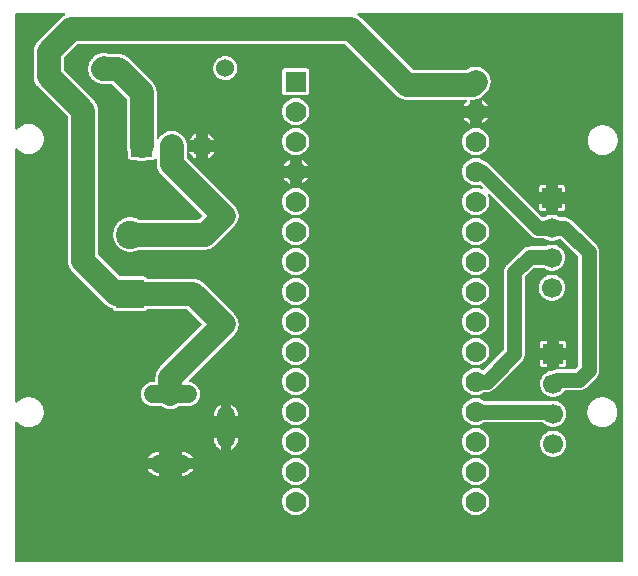
<source format=gtl>
G04 Layer: TopLayer*
G04 EasyEDA v6.4.19.3, 2021-03-31T18:03:01+05:30*
G04 c08650e857294e3dbb17a6b3c2855350,e0f298e70ebc440d83774b4d482b81cc,10*
G04 Gerber Generator version 0.2*
G04 Scale: 100 percent, Rotated: No, Reflected: No *
G04 Dimensions in inches *
G04 leading zeros omitted , absolute positions ,3 integer and 6 decimal *
%FSLAX36Y36*%
%MOIN*%

%ADD11C,0.0500*%
%ADD12C,0.0800*%
%ADD13C,0.0709*%
%ADD14R,0.0945X0.0945*%
%ADD15C,0.0945*%
%ADD17C,0.0600*%
%ADD18R,0.0669X0.0669*%
%ADD19C,0.0669*%
%ADD20R,0.0700X0.0700*%
%ADD21C,0.0700*%

%LPD*%
G36*
X289700Y1781759D02*
G01*
X288160Y1782060D01*
X286860Y1782920D01*
X286000Y1784220D01*
X285700Y1785760D01*
X285700Y2246880D01*
X286020Y2248480D01*
X286980Y2249820D01*
X288380Y2250660D01*
X290020Y2250860D01*
X291580Y2250400D01*
X292840Y2249340D01*
X293220Y2248860D01*
X297500Y2244600D01*
X302260Y2240860D01*
X307420Y2237740D01*
X312940Y2235240D01*
X318720Y2233440D01*
X324680Y2232360D01*
X330700Y2232000D01*
X336740Y2232360D01*
X342700Y2233440D01*
X348480Y2235240D01*
X353980Y2237740D01*
X359159Y2240860D01*
X363920Y2244600D01*
X368200Y2248860D01*
X371940Y2253640D01*
X375060Y2258800D01*
X377540Y2264320D01*
X379340Y2270100D01*
X380439Y2276040D01*
X380800Y2282080D01*
X380439Y2288120D01*
X379340Y2294080D01*
X377540Y2299860D01*
X375060Y2305360D01*
X371940Y2310540D01*
X368200Y2315300D01*
X363920Y2319580D01*
X359159Y2323320D01*
X353980Y2326440D01*
X348480Y2328920D01*
X342700Y2330720D01*
X336740Y2331820D01*
X330700Y2332180D01*
X324680Y2331820D01*
X318720Y2330720D01*
X312940Y2328920D01*
X307420Y2326440D01*
X302260Y2323320D01*
X297500Y2319580D01*
X293220Y2315300D01*
X292840Y2314820D01*
X291580Y2313780D01*
X290020Y2313300D01*
X288380Y2313520D01*
X286980Y2314360D01*
X286020Y2315680D01*
X285700Y2317300D01*
X285700Y3157700D01*
X286020Y3159320D01*
X286980Y3160640D01*
X288380Y3161480D01*
X290020Y3161700D01*
X291580Y3161240D01*
X292840Y3160179D01*
X293220Y3159700D01*
X297500Y3155419D01*
X302260Y3151680D01*
X307420Y3148560D01*
X312940Y3146080D01*
X318720Y3144280D01*
X324680Y3143180D01*
X330700Y3142820D01*
X336740Y3143180D01*
X342700Y3144280D01*
X348480Y3146080D01*
X353980Y3148560D01*
X359159Y3151680D01*
X363920Y3155419D01*
X368200Y3159700D01*
X371940Y3164460D01*
X375060Y3169640D01*
X377540Y3175160D01*
X379340Y3180920D01*
X380439Y3186880D01*
X380800Y3192919D01*
X380439Y3198960D01*
X379340Y3204900D01*
X377540Y3210680D01*
X375060Y3216200D01*
X371940Y3221380D01*
X368200Y3226139D01*
X363920Y3230400D01*
X359159Y3234140D01*
X353980Y3237260D01*
X348480Y3239760D01*
X342700Y3241560D01*
X336740Y3242640D01*
X330700Y3243000D01*
X324680Y3242640D01*
X318720Y3241560D01*
X312940Y3239760D01*
X307420Y3237260D01*
X302260Y3234140D01*
X297500Y3230400D01*
X293220Y3226139D01*
X292840Y3225659D01*
X291580Y3224600D01*
X290020Y3224140D01*
X288380Y3224340D01*
X286980Y3225179D01*
X286020Y3226520D01*
X285700Y3228120D01*
X285700Y3607940D01*
X286000Y3609480D01*
X286860Y3610779D01*
X288160Y3611640D01*
X289700Y3611940D01*
X449320Y3611940D01*
X451060Y3611560D01*
X452460Y3610440D01*
X453220Y3608840D01*
X453220Y3607060D01*
X452460Y3605460D01*
X451079Y3604360D01*
X449159Y3603420D01*
X446520Y3601940D01*
X443980Y3600280D01*
X441540Y3598500D01*
X439219Y3596560D01*
X436980Y3594440D01*
X362260Y3519720D01*
X360140Y3517480D01*
X358200Y3515160D01*
X356400Y3512720D01*
X354760Y3510179D01*
X353280Y3507540D01*
X351960Y3504820D01*
X350800Y3502020D01*
X349799Y3499160D01*
X349000Y3496240D01*
X348360Y3493279D01*
X347900Y3490299D01*
X347640Y3487280D01*
X347540Y3484200D01*
X347540Y3401640D01*
X347640Y3398560D01*
X347900Y3395539D01*
X348360Y3392540D01*
X349000Y3389580D01*
X349799Y3386680D01*
X350800Y3383820D01*
X351960Y3381019D01*
X353280Y3378300D01*
X354760Y3375659D01*
X356400Y3373120D01*
X358200Y3370680D01*
X360140Y3368360D01*
X362260Y3366100D01*
X460540Y3267820D01*
X461400Y3266520D01*
X461719Y3265000D01*
X461719Y2787460D01*
X461800Y2784380D01*
X462080Y2781360D01*
X462540Y2778380D01*
X463160Y2775419D01*
X463980Y2772500D01*
X464960Y2769640D01*
X466120Y2766840D01*
X467460Y2764120D01*
X468940Y2761480D01*
X470580Y2758940D01*
X472380Y2756500D01*
X474320Y2754180D01*
X476420Y2751940D01*
X586580Y2641780D01*
X588820Y2639660D01*
X591160Y2637740D01*
X593580Y2635940D01*
X596120Y2634300D01*
X598760Y2632799D01*
X601480Y2631480D01*
X604280Y2630320D01*
X607140Y2629340D01*
X610120Y2628519D01*
X611280Y2627980D01*
X612220Y2627100D01*
X612960Y2625560D01*
X614160Y2623639D01*
X615760Y2622040D01*
X617680Y2620840D01*
X619800Y2620100D01*
X622280Y2619820D01*
X716320Y2619820D01*
X718780Y2620100D01*
X720900Y2620840D01*
X722820Y2622040D01*
X724419Y2623639D01*
X725380Y2625200D01*
X726280Y2626200D01*
X727460Y2626840D01*
X728780Y2627060D01*
X855540Y2627060D01*
X857080Y2626760D01*
X858379Y2625899D01*
X906640Y2577640D01*
X907500Y2576340D01*
X907800Y2574800D01*
X907500Y2573279D01*
X906640Y2571980D01*
X767760Y2433100D01*
X765660Y2430860D01*
X763720Y2428540D01*
X761919Y2426100D01*
X760280Y2423560D01*
X758800Y2420920D01*
X757460Y2418200D01*
X756300Y2415400D01*
X755320Y2412540D01*
X754500Y2409620D01*
X753880Y2406660D01*
X753420Y2403680D01*
X753139Y2400660D01*
X753060Y2397580D01*
X753060Y2386620D01*
X752740Y2385100D01*
X751880Y2383800D01*
X750580Y2382920D01*
X749060Y2382620D01*
X744700Y2382620D01*
X739340Y2382260D01*
X734200Y2381240D01*
X729220Y2379560D01*
X724520Y2377240D01*
X720160Y2374320D01*
X716220Y2370860D01*
X712760Y2366920D01*
X709840Y2362560D01*
X707520Y2357860D01*
X705840Y2352900D01*
X704820Y2347760D01*
X704479Y2342520D01*
X704820Y2337280D01*
X705840Y2332140D01*
X707520Y2327180D01*
X709840Y2322480D01*
X712760Y2318120D01*
X716220Y2314180D01*
X720160Y2310720D01*
X724520Y2307800D01*
X729220Y2305480D01*
X734200Y2303800D01*
X739340Y2302780D01*
X744700Y2302420D01*
X771880Y2302420D01*
X773180Y2302200D01*
X779880Y2298160D01*
X785380Y2295680D01*
X791160Y2293880D01*
X797120Y2292800D01*
X803139Y2292420D01*
X809180Y2292800D01*
X815140Y2293880D01*
X820920Y2295680D01*
X826420Y2298160D01*
X833120Y2302200D01*
X834419Y2302420D01*
X861600Y2302420D01*
X866960Y2302780D01*
X872099Y2303800D01*
X877080Y2305480D01*
X881780Y2307800D01*
X886140Y2310720D01*
X890080Y2314180D01*
X893540Y2318120D01*
X896460Y2322480D01*
X898780Y2327180D01*
X900460Y2332140D01*
X901480Y2337280D01*
X901820Y2342520D01*
X901480Y2347760D01*
X900460Y2352900D01*
X898780Y2357860D01*
X896460Y2362560D01*
X893540Y2366920D01*
X890080Y2370860D01*
X886140Y2374320D01*
X881780Y2377240D01*
X877080Y2379560D01*
X872099Y2381240D01*
X867360Y2382200D01*
X865780Y2382880D01*
X864640Y2384160D01*
X864140Y2385800D01*
X864380Y2387500D01*
X865300Y2388940D01*
X1015660Y2539300D01*
X1019740Y2543920D01*
X1023180Y2548900D01*
X1026000Y2554240D01*
X1028139Y2559900D01*
X1029580Y2565779D01*
X1030320Y2571780D01*
X1030320Y2577840D01*
X1029580Y2583840D01*
X1028139Y2589720D01*
X1026000Y2595360D01*
X1023180Y2600720D01*
X1019740Y2605700D01*
X1015660Y2610320D01*
X913420Y2712559D01*
X911180Y2714660D01*
X908860Y2716600D01*
X906420Y2718399D01*
X903880Y2720040D01*
X901240Y2721520D01*
X898520Y2722860D01*
X895720Y2724000D01*
X892860Y2725000D01*
X889940Y2725800D01*
X886979Y2726440D01*
X884000Y2726900D01*
X880980Y2727180D01*
X877900Y2727260D01*
X728780Y2727260D01*
X727460Y2727500D01*
X726280Y2728140D01*
X725380Y2729140D01*
X724419Y2730700D01*
X722820Y2732280D01*
X720900Y2733480D01*
X718780Y2734240D01*
X716320Y2734520D01*
X637220Y2734520D01*
X635680Y2734820D01*
X634380Y2735680D01*
X563080Y2806980D01*
X562220Y2808279D01*
X561920Y2809820D01*
X561920Y3287340D01*
X561820Y3290419D01*
X561540Y3293440D01*
X561080Y3296440D01*
X560460Y3299400D01*
X559640Y3302300D01*
X558660Y3305160D01*
X557500Y3307960D01*
X556180Y3310680D01*
X554680Y3313320D01*
X553040Y3315860D01*
X551240Y3318300D01*
X549320Y3320620D01*
X547200Y3322880D01*
X448900Y3421160D01*
X448040Y3422460D01*
X447740Y3423980D01*
X447740Y3461840D01*
X448040Y3463380D01*
X448900Y3464680D01*
X492020Y3507780D01*
X493320Y3508660D01*
X494860Y3508960D01*
X1383100Y3508960D01*
X1384640Y3508660D01*
X1385940Y3507780D01*
X1555080Y3338639D01*
X1557340Y3336520D01*
X1559660Y3334580D01*
X1562100Y3332780D01*
X1564640Y3331139D01*
X1567280Y3329660D01*
X1570000Y3328340D01*
X1572780Y3327180D01*
X1575640Y3326180D01*
X1578560Y3325380D01*
X1581519Y3324740D01*
X1584520Y3324280D01*
X1587520Y3324020D01*
X1590620Y3323920D01*
X1786740Y3323920D01*
X1788260Y3323620D01*
X1789540Y3322780D01*
X1790420Y3321500D01*
X1790740Y3320000D01*
X1790480Y3318480D01*
X1789660Y3317180D01*
X1785720Y3313000D01*
X1782400Y3308420D01*
X1780120Y3304260D01*
X1800480Y3304260D01*
X1800480Y3319920D01*
X1800780Y3321440D01*
X1801639Y3322740D01*
X1802940Y3323620D01*
X1804480Y3323920D01*
X1810180Y3323920D01*
X1813260Y3324020D01*
X1816279Y3324280D01*
X1819259Y3324740D01*
X1822220Y3325380D01*
X1825140Y3326180D01*
X1828000Y3327180D01*
X1830800Y3328340D01*
X1833520Y3329660D01*
X1834500Y3330220D01*
X1836080Y3330720D01*
X1836720Y3330640D01*
X1836879Y3331100D01*
X1837980Y3332320D01*
X1841160Y3334600D01*
X1843460Y3336520D01*
X1845700Y3338639D01*
X1855820Y3348740D01*
X1859900Y3353360D01*
X1863340Y3358340D01*
X1866160Y3363700D01*
X1868300Y3369360D01*
X1869740Y3375220D01*
X1870480Y3381220D01*
X1870480Y3387280D01*
X1869740Y3393279D01*
X1868300Y3399160D01*
X1866160Y3404820D01*
X1863340Y3410160D01*
X1859900Y3415140D01*
X1855900Y3419680D01*
X1851360Y3423680D01*
X1846380Y3427120D01*
X1841040Y3429940D01*
X1835380Y3432080D01*
X1829500Y3433519D01*
X1823500Y3434260D01*
X1817440Y3434260D01*
X1811440Y3433519D01*
X1805580Y3432080D01*
X1799920Y3429940D01*
X1794560Y3427120D01*
X1791240Y3424820D01*
X1790160Y3424300D01*
X1788959Y3424120D01*
X1612960Y3424120D01*
X1611440Y3424420D01*
X1610140Y3425280D01*
X1440980Y3594440D01*
X1438740Y3596560D01*
X1436399Y3598500D01*
X1433980Y3600280D01*
X1431440Y3601940D01*
X1428800Y3603420D01*
X1426879Y3604360D01*
X1425500Y3605460D01*
X1424720Y3607060D01*
X1424740Y3608840D01*
X1425500Y3610440D01*
X1426900Y3611560D01*
X1428620Y3611940D01*
X2308740Y3611940D01*
X2310260Y3611640D01*
X2311560Y3610779D01*
X2312440Y3609480D01*
X2312740Y3607940D01*
X2312740Y1785760D01*
X2312440Y1784220D01*
X2311560Y1782920D01*
X2310260Y1782060D01*
X2308740Y1781759D01*
G37*

%LPC*%
G36*
X1820480Y1939160D02*
G01*
X1826120Y1939520D01*
X1831680Y1940580D01*
X1837080Y1942320D01*
X1842200Y1944740D01*
X1846980Y1947780D01*
X1851339Y1951380D01*
X1855220Y1955520D01*
X1858540Y1960100D01*
X1861279Y1965060D01*
X1863360Y1970320D01*
X1864760Y1975800D01*
X1865480Y1981420D01*
X1865480Y1987080D01*
X1864760Y1992700D01*
X1863360Y1998180D01*
X1861279Y2003460D01*
X1858540Y2008420D01*
X1855220Y2013000D01*
X1851339Y2017120D01*
X1846980Y2020740D01*
X1842200Y2023760D01*
X1837080Y2026180D01*
X1831680Y2027920D01*
X1826120Y2028980D01*
X1820480Y2029340D01*
X1814820Y2028980D01*
X1809259Y2027920D01*
X1803880Y2026180D01*
X1798740Y2023760D01*
X1793959Y2020740D01*
X1789600Y2017120D01*
X1785720Y2013000D01*
X1782400Y2008420D01*
X1779680Y2003460D01*
X1777580Y1998180D01*
X1776180Y1992700D01*
X1775460Y1987080D01*
X1775460Y1981420D01*
X1776180Y1975800D01*
X1777580Y1970320D01*
X1779680Y1965060D01*
X1782400Y1960100D01*
X1785720Y1955520D01*
X1789600Y1951380D01*
X1793959Y1947780D01*
X1798740Y1944740D01*
X1803880Y1942320D01*
X1809259Y1940580D01*
X1814820Y1939520D01*
G37*
G36*
X1220480Y1939160D02*
G01*
X1226120Y1939520D01*
X1231680Y1940580D01*
X1237080Y1942320D01*
X1242200Y1944740D01*
X1246980Y1947780D01*
X1251340Y1951380D01*
X1255220Y1955520D01*
X1258540Y1960100D01*
X1261280Y1965060D01*
X1263360Y1970320D01*
X1264760Y1975800D01*
X1265480Y1981420D01*
X1265480Y1987080D01*
X1264760Y1992700D01*
X1263360Y1998180D01*
X1261280Y2003460D01*
X1258540Y2008420D01*
X1255220Y2013000D01*
X1251340Y2017120D01*
X1246980Y2020740D01*
X1242200Y2023760D01*
X1237080Y2026180D01*
X1231680Y2027920D01*
X1226120Y2028980D01*
X1220480Y2029340D01*
X1214820Y2028980D01*
X1209260Y2027920D01*
X1203880Y2026180D01*
X1198740Y2023760D01*
X1193960Y2020740D01*
X1189600Y2017120D01*
X1185720Y2013000D01*
X1182400Y2008420D01*
X1179680Y2003460D01*
X1177580Y1998180D01*
X1176180Y1992700D01*
X1175460Y1987080D01*
X1175460Y1981420D01*
X1176180Y1975800D01*
X1177580Y1970320D01*
X1179680Y1965060D01*
X1182400Y1960100D01*
X1185720Y1955520D01*
X1189600Y1951380D01*
X1193960Y1947780D01*
X1198740Y1944740D01*
X1203880Y1942320D01*
X1209260Y1940580D01*
X1214820Y1939520D01*
G37*
G36*
X1820480Y2039160D02*
G01*
X1826120Y2039520D01*
X1831680Y2040580D01*
X1837080Y2042320D01*
X1842200Y2044740D01*
X1846980Y2047780D01*
X1851339Y2051380D01*
X1855220Y2055520D01*
X1858540Y2060100D01*
X1861279Y2065060D01*
X1863360Y2070320D01*
X1864760Y2075800D01*
X1865480Y2081420D01*
X1865480Y2087080D01*
X1864760Y2092700D01*
X1863360Y2098180D01*
X1861279Y2103460D01*
X1858540Y2108420D01*
X1855220Y2113000D01*
X1851339Y2117120D01*
X1846980Y2120740D01*
X1842200Y2123760D01*
X1837080Y2126180D01*
X1831680Y2127920D01*
X1826120Y2128980D01*
X1820480Y2129340D01*
X1814820Y2128980D01*
X1809259Y2127920D01*
X1803880Y2126180D01*
X1798740Y2123760D01*
X1793959Y2120740D01*
X1789600Y2117120D01*
X1785720Y2113000D01*
X1782400Y2108420D01*
X1779680Y2103460D01*
X1777580Y2098180D01*
X1776180Y2092700D01*
X1775460Y2087080D01*
X1775460Y2081420D01*
X1776180Y2075800D01*
X1777580Y2070320D01*
X1779680Y2065060D01*
X1782400Y2060100D01*
X1785720Y2055520D01*
X1789600Y2051380D01*
X1793959Y2047780D01*
X1798740Y2044740D01*
X1803880Y2042320D01*
X1809259Y2040580D01*
X1814820Y2039520D01*
G37*
G36*
X1220480Y2039160D02*
G01*
X1226120Y2039520D01*
X1231680Y2040580D01*
X1237080Y2042320D01*
X1242200Y2044740D01*
X1246980Y2047780D01*
X1251340Y2051380D01*
X1255220Y2055520D01*
X1258540Y2060100D01*
X1261280Y2065060D01*
X1263360Y2070320D01*
X1264760Y2075800D01*
X1265480Y2081420D01*
X1265480Y2087080D01*
X1264760Y2092700D01*
X1263360Y2098180D01*
X1261280Y2103460D01*
X1258540Y2108420D01*
X1255220Y2113000D01*
X1251340Y2117120D01*
X1246980Y2120740D01*
X1242200Y2123760D01*
X1237080Y2126180D01*
X1231680Y2127920D01*
X1226120Y2128980D01*
X1220480Y2129340D01*
X1214820Y2128980D01*
X1209260Y2127920D01*
X1203880Y2126180D01*
X1198740Y2123760D01*
X1193960Y2120740D01*
X1189600Y2117120D01*
X1185720Y2113000D01*
X1182400Y2108420D01*
X1179680Y2103460D01*
X1177580Y2098180D01*
X1176180Y2092700D01*
X1175460Y2087080D01*
X1175460Y2081420D01*
X1176180Y2075800D01*
X1177580Y2070320D01*
X1179680Y2065060D01*
X1182400Y2060100D01*
X1185720Y2055520D01*
X1189600Y2051380D01*
X1193960Y2047780D01*
X1198740Y2044740D01*
X1203880Y2042320D01*
X1209260Y2040580D01*
X1214820Y2039520D01*
G37*
G36*
X840100Y2070140D02*
G01*
X841919Y2070140D01*
X847280Y2070480D01*
X852420Y2071519D01*
X857380Y2073200D01*
X862099Y2075520D01*
X866460Y2078440D01*
X870400Y2081879D01*
X873860Y2085840D01*
X876760Y2090200D01*
X878020Y2092740D01*
X840100Y2092740D01*
G37*
G36*
X764380Y2070140D02*
G01*
X766200Y2070140D01*
X766200Y2092740D01*
X728280Y2092740D01*
X729539Y2090200D01*
X732440Y2085840D01*
X735900Y2081879D01*
X739840Y2078440D01*
X744200Y2075520D01*
X748920Y2073200D01*
X753880Y2071519D01*
X759020Y2070480D01*
G37*
G36*
X840100Y2127740D02*
G01*
X878020Y2127740D01*
X876760Y2130280D01*
X873860Y2134640D01*
X870400Y2138580D01*
X866460Y2142040D01*
X862099Y2144960D01*
X857380Y2147280D01*
X852420Y2148960D01*
X847280Y2149980D01*
X841919Y2150340D01*
X840100Y2150340D01*
G37*
G36*
X728280Y2127740D02*
G01*
X766200Y2127740D01*
X766200Y2150340D01*
X764380Y2150340D01*
X759020Y2149980D01*
X753880Y2148960D01*
X748920Y2147280D01*
X744200Y2144960D01*
X739840Y2142040D01*
X735900Y2138580D01*
X732440Y2134640D01*
X729539Y2130280D01*
G37*
G36*
X2078740Y2133220D02*
G01*
X2084319Y2133580D01*
X2089780Y2134640D01*
X2095080Y2136400D01*
X2100120Y2138820D01*
X2104800Y2141860D01*
X2109040Y2145480D01*
X2112800Y2149620D01*
X2115980Y2154200D01*
X2118560Y2159140D01*
X2120500Y2164380D01*
X2121740Y2169820D01*
X2122280Y2175380D01*
X2122100Y2180960D01*
X2121200Y2186460D01*
X2119620Y2191820D01*
X2117360Y2196920D01*
X2114460Y2201700D01*
X2110980Y2206060D01*
X2106980Y2209940D01*
X2102500Y2213280D01*
X2097640Y2216020D01*
X2092460Y2218120D01*
X2087060Y2219520D01*
X2081540Y2220240D01*
X2075960Y2220240D01*
X2070420Y2219520D01*
X2065020Y2218120D01*
X2059840Y2216020D01*
X2054980Y2213280D01*
X2050500Y2209940D01*
X2046500Y2206060D01*
X2043020Y2201700D01*
X2040120Y2196920D01*
X2037860Y2191820D01*
X2036279Y2186460D01*
X2035380Y2180960D01*
X2035200Y2175380D01*
X2035740Y2169820D01*
X2036980Y2164380D01*
X2038920Y2159140D01*
X2041500Y2154200D01*
X2044680Y2149620D01*
X2048440Y2145480D01*
X2052680Y2141860D01*
X2057360Y2138820D01*
X2062400Y2136400D01*
X2067700Y2134640D01*
X2073180Y2133580D01*
G37*
G36*
X1820480Y2139160D02*
G01*
X1826120Y2139520D01*
X1831680Y2140580D01*
X1837080Y2142320D01*
X1842200Y2144740D01*
X1846980Y2147780D01*
X1851339Y2151380D01*
X1855220Y2155520D01*
X1858540Y2160100D01*
X1861279Y2165060D01*
X1863360Y2170320D01*
X1864760Y2175800D01*
X1865480Y2181420D01*
X1865480Y2187080D01*
X1864760Y2192700D01*
X1863360Y2198180D01*
X1861279Y2203460D01*
X1858540Y2208420D01*
X1855220Y2213000D01*
X1851339Y2217120D01*
X1846980Y2220740D01*
X1842200Y2223760D01*
X1837080Y2226180D01*
X1831680Y2227920D01*
X1826120Y2228980D01*
X1820480Y2229340D01*
X1814820Y2228980D01*
X1809259Y2227920D01*
X1803880Y2226180D01*
X1798740Y2223760D01*
X1793959Y2220740D01*
X1789600Y2217120D01*
X1785720Y2213000D01*
X1782400Y2208420D01*
X1779680Y2203460D01*
X1777580Y2198180D01*
X1776180Y2192700D01*
X1775460Y2187080D01*
X1775460Y2181420D01*
X1776180Y2175800D01*
X1777580Y2170320D01*
X1779680Y2165060D01*
X1782400Y2160100D01*
X1785720Y2155520D01*
X1789600Y2151380D01*
X1793959Y2147780D01*
X1798740Y2144740D01*
X1803880Y2142320D01*
X1809259Y2140580D01*
X1814820Y2139520D01*
G37*
G36*
X1220480Y2139160D02*
G01*
X1226120Y2139520D01*
X1231680Y2140580D01*
X1237080Y2142320D01*
X1242200Y2144740D01*
X1246980Y2147780D01*
X1251340Y2151380D01*
X1255220Y2155520D01*
X1258540Y2160100D01*
X1261280Y2165060D01*
X1263360Y2170320D01*
X1264760Y2175800D01*
X1265480Y2181420D01*
X1265480Y2187080D01*
X1264760Y2192700D01*
X1263360Y2198180D01*
X1261280Y2203460D01*
X1258540Y2208420D01*
X1255220Y2213000D01*
X1251340Y2217120D01*
X1246980Y2220740D01*
X1242200Y2223760D01*
X1237080Y2226180D01*
X1231680Y2227920D01*
X1226120Y2228980D01*
X1220480Y2229340D01*
X1214820Y2228980D01*
X1209260Y2227920D01*
X1203880Y2226180D01*
X1198740Y2223760D01*
X1193960Y2220740D01*
X1189600Y2217120D01*
X1185720Y2213000D01*
X1182400Y2208420D01*
X1179680Y2203460D01*
X1177580Y2198180D01*
X1176180Y2192700D01*
X1175460Y2187080D01*
X1175460Y2181420D01*
X1176180Y2175800D01*
X1177580Y2170320D01*
X1179680Y2165060D01*
X1182400Y2160100D01*
X1185720Y2155520D01*
X1189600Y2151380D01*
X1193960Y2147780D01*
X1198740Y2144740D01*
X1203880Y2142320D01*
X1209260Y2140580D01*
X1214820Y2139520D01*
G37*
G36*
X1005680Y2157420D02*
G01*
X1008240Y2158660D01*
X1012600Y2161580D01*
X1016540Y2165040D01*
X1020000Y2168980D01*
X1022900Y2173340D01*
X1025220Y2178040D01*
X1026919Y2183020D01*
X1027940Y2188160D01*
X1028280Y2193520D01*
X1028280Y2195340D01*
X1005680Y2195340D01*
G37*
G36*
X970680Y2157420D02*
G01*
X970680Y2195340D01*
X948080Y2195340D01*
X948080Y2193520D01*
X948439Y2188160D01*
X949460Y2183020D01*
X951140Y2178040D01*
X953460Y2173340D01*
X956380Y2168980D01*
X959840Y2165040D01*
X963780Y2161580D01*
X968139Y2158660D01*
G37*
G36*
X2242720Y2232000D02*
G01*
X2248760Y2232360D01*
X2254700Y2233440D01*
X2260480Y2235240D01*
X2266000Y2237740D01*
X2271180Y2240860D01*
X2275940Y2244600D01*
X2280220Y2248860D01*
X2283940Y2253640D01*
X2287080Y2258800D01*
X2289560Y2264320D01*
X2291360Y2270100D01*
X2292440Y2276040D01*
X2292800Y2282080D01*
X2292440Y2288120D01*
X2291360Y2294080D01*
X2289560Y2299860D01*
X2287080Y2305360D01*
X2283940Y2310540D01*
X2280220Y2315300D01*
X2275940Y2319580D01*
X2271180Y2323320D01*
X2266000Y2326440D01*
X2260480Y2328920D01*
X2254700Y2330720D01*
X2248760Y2331820D01*
X2242720Y2332180D01*
X2236680Y2331820D01*
X2230720Y2330720D01*
X2224960Y2328920D01*
X2219440Y2326440D01*
X2214260Y2323320D01*
X2209500Y2319580D01*
X2205220Y2315300D01*
X2201500Y2310540D01*
X2198360Y2305360D01*
X2195880Y2299860D01*
X2194080Y2294080D01*
X2192980Y2288120D01*
X2192620Y2282080D01*
X2192980Y2276040D01*
X2194080Y2270100D01*
X2195880Y2264320D01*
X2198360Y2258800D01*
X2201500Y2253640D01*
X2205220Y2248860D01*
X2209500Y2244600D01*
X2214260Y2240860D01*
X2219440Y2237740D01*
X2224960Y2235240D01*
X2230720Y2233440D01*
X2236680Y2232360D01*
G37*
G36*
X2078740Y2233220D02*
G01*
X2084319Y2233580D01*
X2089780Y2234640D01*
X2095080Y2236400D01*
X2100120Y2238820D01*
X2104800Y2241860D01*
X2109040Y2245480D01*
X2112800Y2249620D01*
X2115980Y2254200D01*
X2118560Y2259140D01*
X2120500Y2264380D01*
X2121740Y2269820D01*
X2122280Y2275380D01*
X2122100Y2280960D01*
X2121200Y2286460D01*
X2119620Y2291820D01*
X2117360Y2296920D01*
X2114460Y2301700D01*
X2110980Y2306060D01*
X2106980Y2309940D01*
X2102500Y2313280D01*
X2097640Y2316020D01*
X2092460Y2318120D01*
X2087060Y2319520D01*
X2081540Y2320240D01*
X2075960Y2320240D01*
X2069240Y2319360D01*
X1850080Y2319360D01*
X1848740Y2319580D01*
X1842200Y2323760D01*
X1837080Y2326180D01*
X1831680Y2327920D01*
X1826120Y2328980D01*
X1820480Y2329340D01*
X1814820Y2328980D01*
X1809259Y2327920D01*
X1803880Y2326180D01*
X1798740Y2323760D01*
X1793959Y2320740D01*
X1789600Y2317120D01*
X1785720Y2313000D01*
X1782400Y2308420D01*
X1779680Y2303460D01*
X1777580Y2298180D01*
X1776180Y2292700D01*
X1775460Y2287080D01*
X1775460Y2281420D01*
X1776180Y2275800D01*
X1777580Y2270320D01*
X1779680Y2265060D01*
X1782400Y2260100D01*
X1785720Y2255520D01*
X1789600Y2251380D01*
X1793959Y2247780D01*
X1798740Y2244740D01*
X1803880Y2242320D01*
X1809259Y2240580D01*
X1814820Y2239520D01*
X1820480Y2239160D01*
X1826120Y2239520D01*
X1831680Y2240580D01*
X1837080Y2242320D01*
X1842200Y2244740D01*
X1848740Y2248920D01*
X1850080Y2249160D01*
X2043340Y2249160D01*
X2044960Y2248820D01*
X2046300Y2247840D01*
X2048440Y2245480D01*
X2052680Y2241860D01*
X2057360Y2238820D01*
X2062400Y2236400D01*
X2067700Y2234640D01*
X2073180Y2233580D01*
G37*
G36*
X1220480Y2239160D02*
G01*
X1226120Y2239520D01*
X1231680Y2240580D01*
X1237080Y2242320D01*
X1242200Y2244740D01*
X1246980Y2247780D01*
X1251340Y2251380D01*
X1255220Y2255520D01*
X1258540Y2260100D01*
X1261280Y2265060D01*
X1263360Y2270320D01*
X1264760Y2275800D01*
X1265480Y2281420D01*
X1265480Y2287080D01*
X1264760Y2292700D01*
X1263360Y2298180D01*
X1261280Y2303460D01*
X1258540Y2308420D01*
X1255220Y2313000D01*
X1251340Y2317120D01*
X1246980Y2320740D01*
X1242200Y2323760D01*
X1237080Y2326180D01*
X1231680Y2327920D01*
X1226120Y2328980D01*
X1220480Y2329340D01*
X1214820Y2328980D01*
X1209260Y2327920D01*
X1203880Y2326180D01*
X1198740Y2323760D01*
X1193960Y2320740D01*
X1189600Y2317120D01*
X1185720Y2313000D01*
X1182400Y2308420D01*
X1179680Y2303460D01*
X1177580Y2298180D01*
X1176180Y2292700D01*
X1175460Y2287080D01*
X1175460Y2281420D01*
X1176180Y2275800D01*
X1177580Y2270320D01*
X1179680Y2265060D01*
X1182400Y2260100D01*
X1185720Y2255520D01*
X1189600Y2251380D01*
X1193960Y2247780D01*
X1198740Y2244740D01*
X1203880Y2242320D01*
X1209260Y2240580D01*
X1214820Y2239520D01*
G37*
G36*
X1005680Y2269240D02*
G01*
X1028280Y2269240D01*
X1028280Y2271060D01*
X1027940Y2276420D01*
X1026919Y2281560D01*
X1025220Y2286520D01*
X1022900Y2291220D01*
X1020000Y2295580D01*
X1016540Y2299540D01*
X1012600Y2302980D01*
X1008240Y2305900D01*
X1005680Y2307160D01*
G37*
G36*
X948080Y2269240D02*
G01*
X970680Y2269240D01*
X970680Y2307160D01*
X968139Y2305900D01*
X963780Y2302980D01*
X959840Y2299540D01*
X956380Y2295580D01*
X953460Y2291220D01*
X951140Y2286520D01*
X949460Y2281560D01*
X948439Y2276420D01*
X948080Y2271060D01*
G37*
G36*
X2078740Y2333220D02*
G01*
X2084319Y2333580D01*
X2089780Y2334640D01*
X2095080Y2336400D01*
X2100120Y2338820D01*
X2104800Y2341860D01*
X2109040Y2345480D01*
X2112800Y2349620D01*
X2115140Y2352980D01*
X2116040Y2353900D01*
X2117160Y2354500D01*
X2118420Y2354700D01*
X2165320Y2354700D01*
X2167900Y2354800D01*
X2170400Y2355060D01*
X2172860Y2355500D01*
X2175280Y2356120D01*
X2177660Y2356920D01*
X2179980Y2357880D01*
X2182220Y2359000D01*
X2184380Y2360280D01*
X2186440Y2361700D01*
X2188380Y2363280D01*
X2190260Y2365040D01*
X2221660Y2396440D01*
X2223420Y2398320D01*
X2225000Y2400260D01*
X2226420Y2402320D01*
X2227700Y2404480D01*
X2228820Y2406720D01*
X2229780Y2409040D01*
X2230580Y2411420D01*
X2231200Y2413840D01*
X2231640Y2416300D01*
X2231900Y2418800D01*
X2232000Y2421380D01*
X2232000Y2814920D01*
X2231900Y2817500D01*
X2231640Y2820000D01*
X2231200Y2822460D01*
X2230580Y2824880D01*
X2229780Y2827260D01*
X2228820Y2829580D01*
X2227700Y2831820D01*
X2226420Y2833980D01*
X2225000Y2836040D01*
X2223420Y2837980D01*
X2221660Y2839860D01*
X2140260Y2921259D01*
X2138380Y2923020D01*
X2136440Y2924600D01*
X2134380Y2926019D01*
X2132220Y2927300D01*
X2129980Y2928420D01*
X2127660Y2929380D01*
X2125280Y2930179D01*
X2122860Y2930800D01*
X2120400Y2931240D01*
X2117900Y2931500D01*
X2115320Y2931600D01*
X2101720Y2931600D01*
X2100460Y2931800D01*
X2098560Y2932960D01*
X2093700Y2935700D01*
X2088520Y2937799D01*
X2083140Y2939220D01*
X2077600Y2939920D01*
X2072020Y2939920D01*
X2066480Y2939220D01*
X2061080Y2937799D01*
X2055900Y2935700D01*
X2051040Y2932960D01*
X2050220Y2932360D01*
X2049100Y2931760D01*
X2047840Y2931560D01*
X2044940Y2931560D01*
X2043400Y2931860D01*
X2042100Y2932720D01*
X1865820Y3109020D01*
X1863940Y3110779D01*
X1861980Y3112340D01*
X1859920Y3113780D01*
X1857760Y3115059D01*
X1855520Y3116180D01*
X1853220Y3117140D01*
X1850780Y3117940D01*
X1849480Y3118660D01*
X1846980Y3120740D01*
X1842200Y3123759D01*
X1837080Y3126180D01*
X1831680Y3127919D01*
X1826120Y3128980D01*
X1820480Y3129340D01*
X1814820Y3128980D01*
X1809259Y3127919D01*
X1803880Y3126180D01*
X1798740Y3123759D01*
X1793959Y3120740D01*
X1789600Y3117120D01*
X1785720Y3113000D01*
X1782400Y3108420D01*
X1779680Y3103460D01*
X1777580Y3098180D01*
X1776180Y3092700D01*
X1775460Y3087080D01*
X1775460Y3081420D01*
X1776180Y3075800D01*
X1777580Y3070320D01*
X1779680Y3065059D01*
X1782400Y3060100D01*
X1785720Y3055520D01*
X1789600Y3051380D01*
X1793959Y3047780D01*
X1798740Y3044740D01*
X1803880Y3042320D01*
X1809259Y3040580D01*
X1814820Y3039520D01*
X1820480Y3039160D01*
X1826120Y3039520D01*
X1831840Y3040620D01*
X1833280Y3040820D01*
X1834700Y3040480D01*
X1835900Y3039660D01*
X1844120Y3031440D01*
X1845000Y3030120D01*
X1845280Y3028560D01*
X1844960Y3027000D01*
X1844040Y3025720D01*
X1842700Y3024880D01*
X1841120Y3024620D01*
X1839580Y3025000D01*
X1837080Y3026180D01*
X1831680Y3027919D01*
X1826120Y3028980D01*
X1820480Y3029340D01*
X1814820Y3028980D01*
X1809259Y3027919D01*
X1803880Y3026180D01*
X1798740Y3023759D01*
X1793959Y3020740D01*
X1789600Y3017120D01*
X1785720Y3013000D01*
X1782400Y3008420D01*
X1779680Y3003460D01*
X1777580Y2998180D01*
X1776180Y2992700D01*
X1775460Y2987080D01*
X1775460Y2981420D01*
X1776180Y2975800D01*
X1777580Y2970320D01*
X1779680Y2965059D01*
X1782400Y2960100D01*
X1785720Y2955520D01*
X1789600Y2951380D01*
X1793959Y2947780D01*
X1798740Y2944740D01*
X1803880Y2942320D01*
X1809259Y2940580D01*
X1814820Y2939520D01*
X1820480Y2939160D01*
X1826120Y2939520D01*
X1831680Y2940580D01*
X1837080Y2942320D01*
X1842200Y2944740D01*
X1846980Y2947780D01*
X1851339Y2951380D01*
X1855220Y2955520D01*
X1858540Y2960100D01*
X1861279Y2965059D01*
X1863360Y2970320D01*
X1864760Y2975800D01*
X1865480Y2981420D01*
X1865480Y2987080D01*
X1864760Y2992700D01*
X1863360Y2998180D01*
X1861279Y3003440D01*
X1861000Y3004960D01*
X1861320Y3006480D01*
X1862200Y3007760D01*
X1863500Y3008600D01*
X1865020Y3008900D01*
X1866540Y3008600D01*
X1867820Y3007740D01*
X2003880Y2871680D01*
X2005760Y2869940D01*
X2007700Y2868360D01*
X2009760Y2866940D01*
X2011920Y2865659D01*
X2014160Y2864540D01*
X2016480Y2863580D01*
X2018860Y2862780D01*
X2021279Y2862160D01*
X2023740Y2861720D01*
X2026240Y2861440D01*
X2028820Y2861360D01*
X2047860Y2861360D01*
X2049000Y2861200D01*
X2050040Y2860720D01*
X2053440Y2858500D01*
X2058460Y2856080D01*
X2063760Y2854320D01*
X2069240Y2853260D01*
X2074800Y2852900D01*
X2080380Y2853260D01*
X2085860Y2854320D01*
X2091140Y2856080D01*
X2096180Y2858500D01*
X2098040Y2859720D01*
X2099300Y2860260D01*
X2100640Y2860360D01*
X2101960Y2859980D01*
X2103060Y2859200D01*
X2160620Y2801640D01*
X2161500Y2800340D01*
X2161800Y2798800D01*
X2161800Y2437500D01*
X2161500Y2435960D01*
X2160620Y2434660D01*
X2152040Y2426080D01*
X2150740Y2425200D01*
X2149200Y2424900D01*
X2091780Y2424900D01*
X2089199Y2424800D01*
X2086699Y2424540D01*
X2084240Y2424100D01*
X2081819Y2423480D01*
X2079440Y2422680D01*
X2077160Y2421740D01*
X2074360Y2420280D01*
X2073020Y2419860D01*
X2070420Y2419520D01*
X2065020Y2418120D01*
X2059840Y2416020D01*
X2054980Y2413280D01*
X2050500Y2409940D01*
X2046500Y2406060D01*
X2043020Y2401700D01*
X2040120Y2396920D01*
X2037860Y2391820D01*
X2036279Y2386460D01*
X2035380Y2380960D01*
X2035200Y2375380D01*
X2035740Y2369820D01*
X2036980Y2364380D01*
X2038920Y2359140D01*
X2041500Y2354200D01*
X2044680Y2349620D01*
X2048440Y2345480D01*
X2052680Y2341860D01*
X2057360Y2338820D01*
X2062400Y2336400D01*
X2067700Y2334640D01*
X2073180Y2333580D01*
G37*
G36*
X1220480Y2339160D02*
G01*
X1226120Y2339520D01*
X1231680Y2340580D01*
X1237080Y2342320D01*
X1242200Y2344740D01*
X1246980Y2347780D01*
X1251340Y2351380D01*
X1255220Y2355520D01*
X1258540Y2360100D01*
X1261280Y2365060D01*
X1263360Y2370320D01*
X1264760Y2375800D01*
X1265480Y2381420D01*
X1265480Y2387080D01*
X1264760Y2392700D01*
X1263360Y2398180D01*
X1261280Y2403460D01*
X1258540Y2408420D01*
X1255220Y2413000D01*
X1251340Y2417120D01*
X1246980Y2420740D01*
X1242200Y2423760D01*
X1237080Y2426180D01*
X1231680Y2427920D01*
X1226120Y2428980D01*
X1220480Y2429340D01*
X1214820Y2428980D01*
X1209260Y2427920D01*
X1203880Y2426180D01*
X1198740Y2423760D01*
X1193960Y2420740D01*
X1189600Y2417120D01*
X1185720Y2413000D01*
X1182400Y2408420D01*
X1179680Y2403460D01*
X1177580Y2398180D01*
X1176180Y2392700D01*
X1175460Y2387080D01*
X1175460Y2381420D01*
X1176180Y2375800D01*
X1177580Y2370320D01*
X1179680Y2365060D01*
X1182400Y2360100D01*
X1185720Y2355520D01*
X1189600Y2351380D01*
X1193960Y2347780D01*
X1198740Y2344740D01*
X1203880Y2342320D01*
X1209260Y2340580D01*
X1214820Y2339520D01*
G37*
G36*
X1820480Y2339160D02*
G01*
X1826120Y2339520D01*
X1831680Y2340580D01*
X1837080Y2342320D01*
X1842200Y2344740D01*
X1848740Y2348920D01*
X1850080Y2349160D01*
X1856620Y2349160D01*
X1859199Y2349240D01*
X1861680Y2349520D01*
X1864160Y2349960D01*
X1866579Y2350580D01*
X1868959Y2351360D01*
X1871279Y2352320D01*
X1873520Y2353440D01*
X1875660Y2354720D01*
X1877720Y2356160D01*
X1879680Y2357720D01*
X1881560Y2359480D01*
X1973580Y2451500D01*
X1975340Y2453400D01*
X1976920Y2455340D01*
X1978340Y2457400D01*
X1979620Y2459560D01*
X1980740Y2461800D01*
X1981699Y2464120D01*
X1982500Y2466500D01*
X1983120Y2468920D01*
X1983560Y2471380D01*
X1983820Y2473880D01*
X1983920Y2476460D01*
X1983920Y2731840D01*
X1984220Y2733360D01*
X1985100Y2734660D01*
X2013360Y2762940D01*
X2014660Y2763800D01*
X2016200Y2764120D01*
X2044280Y2764120D01*
X2045660Y2763860D01*
X2046860Y2763159D01*
X2048760Y2761560D01*
X2053440Y2758500D01*
X2058460Y2756080D01*
X2063760Y2754320D01*
X2069240Y2753260D01*
X2074800Y2752900D01*
X2080380Y2753260D01*
X2085860Y2754320D01*
X2091140Y2756080D01*
X2096180Y2758500D01*
X2100860Y2761560D01*
X2105100Y2765160D01*
X2108860Y2769300D01*
X2112060Y2773880D01*
X2114640Y2778820D01*
X2116560Y2784060D01*
X2117800Y2789500D01*
X2118340Y2795059D01*
X2118160Y2800640D01*
X2117260Y2806160D01*
X2115680Y2811500D01*
X2113420Y2816600D01*
X2110520Y2821380D01*
X2107040Y2825740D01*
X2103040Y2829620D01*
X2098560Y2832960D01*
X2093700Y2835700D01*
X2088520Y2837799D01*
X2083140Y2839220D01*
X2077600Y2839920D01*
X2072020Y2839920D01*
X2066480Y2839220D01*
X2061080Y2837799D01*
X2055900Y2835700D01*
X2054360Y2834820D01*
X2053400Y2834440D01*
X2052400Y2834320D01*
X2000080Y2834320D01*
X1997500Y2834220D01*
X1995000Y2833960D01*
X1992540Y2833500D01*
X1990120Y2832880D01*
X1987740Y2832100D01*
X1985420Y2831139D01*
X1983180Y2830020D01*
X1981020Y2828740D01*
X1978959Y2827320D01*
X1977020Y2825740D01*
X1975140Y2823980D01*
X1924060Y2772900D01*
X1922300Y2771019D01*
X1920720Y2769060D01*
X1919300Y2767000D01*
X1918020Y2764860D01*
X1916900Y2762620D01*
X1915940Y2760299D01*
X1915140Y2757919D01*
X1914520Y2755500D01*
X1914079Y2753020D01*
X1913820Y2750539D01*
X1913720Y2747960D01*
X1913720Y2492580D01*
X1913420Y2491040D01*
X1912540Y2489740D01*
X1847140Y2424340D01*
X1845780Y2423440D01*
X1844180Y2423160D01*
X1842600Y2423560D01*
X1837060Y2426180D01*
X1831680Y2427920D01*
X1826120Y2428980D01*
X1820480Y2429340D01*
X1814820Y2428980D01*
X1809259Y2427920D01*
X1803880Y2426180D01*
X1798740Y2423760D01*
X1793959Y2420740D01*
X1789600Y2417120D01*
X1785720Y2413000D01*
X1782400Y2408420D01*
X1779680Y2403460D01*
X1777580Y2398180D01*
X1776180Y2392700D01*
X1775460Y2387080D01*
X1775460Y2381420D01*
X1776180Y2375800D01*
X1777580Y2370320D01*
X1779680Y2365060D01*
X1782400Y2360100D01*
X1785720Y2355520D01*
X1789600Y2351380D01*
X1793959Y2347780D01*
X1798740Y2344740D01*
X1803880Y2342320D01*
X1809259Y2340580D01*
X1814820Y2339520D01*
G37*
G36*
X2097980Y2433200D02*
G01*
X2111980Y2433200D01*
X2114440Y2433480D01*
X2116580Y2434240D01*
X2118480Y2435440D01*
X2120080Y2437020D01*
X2121280Y2438940D01*
X2122020Y2441060D01*
X2122300Y2443540D01*
X2122300Y2457540D01*
X2097980Y2457540D01*
G37*
G36*
X2045500Y2433200D02*
G01*
X2059500Y2433200D01*
X2059500Y2457540D01*
X2035180Y2457540D01*
X2035180Y2443540D01*
X2035460Y2441060D01*
X2036200Y2438940D01*
X2037400Y2437020D01*
X2039000Y2435440D01*
X2040900Y2434240D01*
X2043040Y2433480D01*
G37*
G36*
X1220480Y2439160D02*
G01*
X1226120Y2439520D01*
X1231680Y2440580D01*
X1237080Y2442320D01*
X1242200Y2444740D01*
X1246980Y2447780D01*
X1251340Y2451380D01*
X1255220Y2455520D01*
X1258540Y2460100D01*
X1261280Y2465060D01*
X1263360Y2470320D01*
X1264760Y2475800D01*
X1265480Y2481420D01*
X1265480Y2487080D01*
X1264760Y2492700D01*
X1263360Y2498180D01*
X1261280Y2503460D01*
X1258540Y2508420D01*
X1255220Y2513000D01*
X1251340Y2517120D01*
X1246980Y2520740D01*
X1242200Y2523760D01*
X1237080Y2526180D01*
X1231680Y2527920D01*
X1226120Y2528980D01*
X1220480Y2529340D01*
X1214820Y2528980D01*
X1209260Y2527920D01*
X1203880Y2526180D01*
X1198740Y2523760D01*
X1193960Y2520740D01*
X1189600Y2517120D01*
X1185720Y2513000D01*
X1182400Y2508420D01*
X1179680Y2503460D01*
X1177580Y2498180D01*
X1176180Y2492700D01*
X1175460Y2487080D01*
X1175460Y2481420D01*
X1176180Y2475800D01*
X1177580Y2470320D01*
X1179680Y2465060D01*
X1182400Y2460100D01*
X1185720Y2455520D01*
X1189600Y2451380D01*
X1193960Y2447780D01*
X1198740Y2444740D01*
X1203880Y2442320D01*
X1209260Y2440580D01*
X1214820Y2439520D01*
G37*
G36*
X1820480Y2439160D02*
G01*
X1826120Y2439520D01*
X1831680Y2440580D01*
X1837080Y2442320D01*
X1842200Y2444740D01*
X1846980Y2447780D01*
X1851339Y2451380D01*
X1855220Y2455520D01*
X1858540Y2460100D01*
X1861279Y2465060D01*
X1863360Y2470320D01*
X1864760Y2475800D01*
X1865480Y2481420D01*
X1865480Y2487080D01*
X1864760Y2492700D01*
X1863360Y2498180D01*
X1861279Y2503460D01*
X1858540Y2508420D01*
X1855220Y2513000D01*
X1851339Y2517120D01*
X1846980Y2520740D01*
X1842200Y2523760D01*
X1837080Y2526180D01*
X1831680Y2527920D01*
X1826120Y2528980D01*
X1820480Y2529340D01*
X1814820Y2528980D01*
X1809259Y2527920D01*
X1803880Y2526180D01*
X1798740Y2523760D01*
X1793959Y2520740D01*
X1789600Y2517120D01*
X1785720Y2513000D01*
X1782400Y2508420D01*
X1779680Y2503460D01*
X1777580Y2498180D01*
X1776180Y2492700D01*
X1775460Y2487080D01*
X1775460Y2481420D01*
X1776180Y2475800D01*
X1777580Y2470320D01*
X1779680Y2465060D01*
X1782400Y2460100D01*
X1785720Y2455520D01*
X1789600Y2451380D01*
X1793959Y2447780D01*
X1798740Y2444740D01*
X1803880Y2442320D01*
X1809259Y2440580D01*
X1814820Y2439520D01*
G37*
G36*
X2035180Y2496000D02*
G01*
X2059500Y2496000D01*
X2059500Y2520340D01*
X2045500Y2520340D01*
X2043040Y2520060D01*
X2040900Y2519320D01*
X2039000Y2518120D01*
X2037400Y2516520D01*
X2036200Y2514600D01*
X2035460Y2512480D01*
X2035180Y2510020D01*
G37*
G36*
X2097980Y2496000D02*
G01*
X2122300Y2496000D01*
X2122300Y2510020D01*
X2122020Y2512480D01*
X2121280Y2514600D01*
X2120080Y2516520D01*
X2118480Y2518120D01*
X2116580Y2519320D01*
X2114440Y2520060D01*
X2111980Y2520340D01*
X2097980Y2520340D01*
G37*
G36*
X1220480Y2539160D02*
G01*
X1226120Y2539520D01*
X1231680Y2540580D01*
X1237080Y2542320D01*
X1242200Y2544740D01*
X1246980Y2547780D01*
X1251340Y2551380D01*
X1255220Y2555520D01*
X1258540Y2560100D01*
X1261280Y2565059D01*
X1263360Y2570320D01*
X1264760Y2575800D01*
X1265480Y2581420D01*
X1265480Y2587080D01*
X1264760Y2592700D01*
X1263360Y2598180D01*
X1261280Y2603460D01*
X1258540Y2608420D01*
X1255220Y2613000D01*
X1251340Y2617120D01*
X1246980Y2620740D01*
X1242200Y2623759D01*
X1237080Y2626180D01*
X1231680Y2627919D01*
X1226120Y2628980D01*
X1220480Y2629340D01*
X1214820Y2628980D01*
X1209260Y2627919D01*
X1203880Y2626180D01*
X1198740Y2623759D01*
X1193960Y2620740D01*
X1189600Y2617120D01*
X1185720Y2613000D01*
X1182400Y2608420D01*
X1179680Y2603460D01*
X1177580Y2598180D01*
X1176180Y2592700D01*
X1175460Y2587080D01*
X1175460Y2581420D01*
X1176180Y2575800D01*
X1177580Y2570320D01*
X1179680Y2565059D01*
X1182400Y2560100D01*
X1185720Y2555520D01*
X1189600Y2551380D01*
X1193960Y2547780D01*
X1198740Y2544740D01*
X1203880Y2542320D01*
X1209260Y2540580D01*
X1214820Y2539520D01*
G37*
G36*
X1820480Y2539160D02*
G01*
X1826120Y2539520D01*
X1831680Y2540580D01*
X1837080Y2542320D01*
X1842200Y2544740D01*
X1846980Y2547780D01*
X1851339Y2551380D01*
X1855220Y2555520D01*
X1858540Y2560100D01*
X1861279Y2565059D01*
X1863360Y2570320D01*
X1864760Y2575800D01*
X1865480Y2581420D01*
X1865480Y2587080D01*
X1864760Y2592700D01*
X1863360Y2598180D01*
X1861279Y2603460D01*
X1858540Y2608420D01*
X1855220Y2613000D01*
X1851339Y2617120D01*
X1846980Y2620740D01*
X1842200Y2623759D01*
X1837080Y2626180D01*
X1831680Y2627919D01*
X1826120Y2628980D01*
X1820480Y2629340D01*
X1814820Y2628980D01*
X1809259Y2627919D01*
X1803880Y2626180D01*
X1798740Y2623759D01*
X1793959Y2620740D01*
X1789600Y2617120D01*
X1785720Y2613000D01*
X1782400Y2608420D01*
X1779680Y2603460D01*
X1777580Y2598180D01*
X1776180Y2592700D01*
X1775460Y2587080D01*
X1775460Y2581420D01*
X1776180Y2575800D01*
X1777580Y2570320D01*
X1779680Y2565059D01*
X1782400Y2560100D01*
X1785720Y2555520D01*
X1789600Y2551380D01*
X1793959Y2547780D01*
X1798740Y2544740D01*
X1803880Y2542320D01*
X1809259Y2540580D01*
X1814820Y2539520D01*
G37*
G36*
X1220480Y2639160D02*
G01*
X1226120Y2639520D01*
X1231680Y2640580D01*
X1237080Y2642320D01*
X1242200Y2644740D01*
X1246980Y2647780D01*
X1251340Y2651380D01*
X1255220Y2655520D01*
X1258540Y2660100D01*
X1261280Y2665059D01*
X1263360Y2670320D01*
X1264760Y2675800D01*
X1265480Y2681420D01*
X1265480Y2687080D01*
X1264760Y2692700D01*
X1263360Y2698180D01*
X1261280Y2703460D01*
X1258540Y2708420D01*
X1255220Y2713000D01*
X1251340Y2717120D01*
X1246980Y2720740D01*
X1242200Y2723759D01*
X1237080Y2726180D01*
X1231680Y2727919D01*
X1226120Y2728980D01*
X1220480Y2729340D01*
X1214820Y2728980D01*
X1209260Y2727919D01*
X1203880Y2726180D01*
X1198740Y2723759D01*
X1193960Y2720740D01*
X1189600Y2717120D01*
X1185720Y2713000D01*
X1182400Y2708420D01*
X1179680Y2703460D01*
X1177580Y2698180D01*
X1176180Y2692700D01*
X1175460Y2687080D01*
X1175460Y2681420D01*
X1176180Y2675800D01*
X1177580Y2670320D01*
X1179680Y2665059D01*
X1182400Y2660100D01*
X1185720Y2655520D01*
X1189600Y2651380D01*
X1193960Y2647780D01*
X1198740Y2644740D01*
X1203880Y2642320D01*
X1209260Y2640580D01*
X1214820Y2639520D01*
G37*
G36*
X1820480Y2639160D02*
G01*
X1826120Y2639520D01*
X1831680Y2640580D01*
X1837080Y2642320D01*
X1842200Y2644740D01*
X1846980Y2647780D01*
X1851339Y2651380D01*
X1855220Y2655520D01*
X1858540Y2660100D01*
X1861279Y2665059D01*
X1863360Y2670320D01*
X1864760Y2675800D01*
X1865480Y2681420D01*
X1865480Y2687080D01*
X1864760Y2692700D01*
X1863360Y2698180D01*
X1861279Y2703460D01*
X1858540Y2708420D01*
X1855220Y2713000D01*
X1851339Y2717120D01*
X1846980Y2720740D01*
X1842200Y2723759D01*
X1837080Y2726180D01*
X1831680Y2727919D01*
X1826120Y2728980D01*
X1820480Y2729340D01*
X1814820Y2728980D01*
X1809259Y2727919D01*
X1803880Y2726180D01*
X1798740Y2723759D01*
X1793959Y2720740D01*
X1789600Y2717120D01*
X1785720Y2713000D01*
X1782400Y2708420D01*
X1779680Y2703460D01*
X1777580Y2698180D01*
X1776180Y2692700D01*
X1775460Y2687080D01*
X1775460Y2681420D01*
X1776180Y2675800D01*
X1777580Y2670320D01*
X1779680Y2665059D01*
X1782400Y2660100D01*
X1785720Y2655520D01*
X1789600Y2651380D01*
X1793959Y2647780D01*
X1798740Y2644740D01*
X1803880Y2642320D01*
X1809259Y2640580D01*
X1814820Y2639520D01*
G37*
G36*
X2074800Y2652900D02*
G01*
X2080380Y2653260D01*
X2085860Y2654320D01*
X2091140Y2656080D01*
X2096180Y2658500D01*
X2100860Y2661560D01*
X2105100Y2665160D01*
X2108860Y2669300D01*
X2112060Y2673880D01*
X2114640Y2678820D01*
X2116560Y2684060D01*
X2117800Y2689500D01*
X2118340Y2695059D01*
X2118160Y2700640D01*
X2117260Y2706160D01*
X2115680Y2711500D01*
X2113420Y2716600D01*
X2110520Y2721380D01*
X2107040Y2725740D01*
X2103040Y2729620D01*
X2098560Y2732960D01*
X2093700Y2735700D01*
X2088520Y2737799D01*
X2083140Y2739220D01*
X2077600Y2739920D01*
X2072020Y2739920D01*
X2066480Y2739220D01*
X2061080Y2737799D01*
X2055900Y2735700D01*
X2051040Y2732960D01*
X2046560Y2729620D01*
X2042560Y2725740D01*
X2039079Y2721380D01*
X2036180Y2716600D01*
X2033920Y2711500D01*
X2032340Y2706160D01*
X2031440Y2700640D01*
X2031279Y2695059D01*
X2031800Y2689500D01*
X2033040Y2684060D01*
X2034980Y2678820D01*
X2037560Y2673880D01*
X2040760Y2669300D01*
X2044500Y2665160D01*
X2048760Y2661560D01*
X2053440Y2658500D01*
X2058460Y2656080D01*
X2063760Y2654320D01*
X2069240Y2653260D01*
G37*
G36*
X1220480Y2739160D02*
G01*
X1226120Y2739520D01*
X1231680Y2740580D01*
X1237080Y2742320D01*
X1242200Y2744740D01*
X1246980Y2747780D01*
X1251340Y2751380D01*
X1255220Y2755520D01*
X1258540Y2760100D01*
X1261280Y2765059D01*
X1263360Y2770320D01*
X1264760Y2775800D01*
X1265480Y2781420D01*
X1265480Y2787080D01*
X1264760Y2792700D01*
X1263360Y2798180D01*
X1261280Y2803460D01*
X1258540Y2808420D01*
X1255220Y2813000D01*
X1251340Y2817120D01*
X1246980Y2820740D01*
X1242200Y2823759D01*
X1237080Y2826180D01*
X1231680Y2827919D01*
X1226120Y2828980D01*
X1220480Y2829340D01*
X1214820Y2828980D01*
X1209260Y2827919D01*
X1203880Y2826180D01*
X1198740Y2823759D01*
X1193960Y2820740D01*
X1189600Y2817120D01*
X1185720Y2813000D01*
X1182400Y2808420D01*
X1179680Y2803460D01*
X1177580Y2798180D01*
X1176180Y2792700D01*
X1175460Y2787080D01*
X1175460Y2781420D01*
X1176180Y2775800D01*
X1177580Y2770320D01*
X1179680Y2765059D01*
X1182400Y2760100D01*
X1185720Y2755520D01*
X1189600Y2751380D01*
X1193960Y2747780D01*
X1198740Y2744740D01*
X1203880Y2742320D01*
X1209260Y2740580D01*
X1214820Y2739520D01*
G37*
G36*
X1820480Y2739160D02*
G01*
X1826120Y2739520D01*
X1831680Y2740580D01*
X1837080Y2742320D01*
X1842200Y2744740D01*
X1846980Y2747780D01*
X1851339Y2751380D01*
X1855220Y2755520D01*
X1858540Y2760100D01*
X1861279Y2765059D01*
X1863360Y2770320D01*
X1864760Y2775800D01*
X1865480Y2781420D01*
X1865480Y2787080D01*
X1864760Y2792700D01*
X1863360Y2798180D01*
X1861279Y2803460D01*
X1858540Y2808420D01*
X1855220Y2813000D01*
X1851339Y2817120D01*
X1846980Y2820740D01*
X1842200Y2823759D01*
X1837080Y2826180D01*
X1831680Y2827919D01*
X1826120Y2828980D01*
X1820480Y2829340D01*
X1814820Y2828980D01*
X1809259Y2827919D01*
X1803880Y2826180D01*
X1798740Y2823759D01*
X1793959Y2820740D01*
X1789600Y2817120D01*
X1785720Y2813000D01*
X1782400Y2808420D01*
X1779680Y2803460D01*
X1777580Y2798180D01*
X1776180Y2792700D01*
X1775460Y2787080D01*
X1775460Y2781420D01*
X1776180Y2775800D01*
X1777580Y2770320D01*
X1779680Y2765059D01*
X1782400Y2760100D01*
X1785720Y2755520D01*
X1789600Y2751380D01*
X1793959Y2747780D01*
X1798740Y2744740D01*
X1803880Y2742320D01*
X1809259Y2740580D01*
X1814820Y2739520D01*
G37*
G36*
X669300Y2816680D02*
G01*
X675720Y2817040D01*
X682060Y2818120D01*
X688220Y2819900D01*
X694160Y2822360D01*
X696080Y2823420D01*
X697020Y2823800D01*
X698020Y2823920D01*
X917260Y2823920D01*
X920360Y2824020D01*
X923360Y2824280D01*
X926360Y2824740D01*
X929320Y2825380D01*
X932240Y2826180D01*
X935100Y2827180D01*
X937880Y2828340D01*
X940600Y2829660D01*
X943240Y2831139D01*
X945780Y2832780D01*
X948220Y2834580D01*
X950540Y2836520D01*
X952800Y2838639D01*
X1015660Y2901500D01*
X1019740Y2906120D01*
X1023180Y2911100D01*
X1026000Y2916440D01*
X1028139Y2922100D01*
X1029580Y2927980D01*
X1030320Y2933980D01*
X1030320Y2940040D01*
X1029580Y2946040D01*
X1028139Y2951920D01*
X1026000Y2957559D01*
X1023180Y2962919D01*
X1019740Y2967900D01*
X1015660Y2972520D01*
X858360Y3129820D01*
X857500Y3131120D01*
X857180Y3132640D01*
X857180Y3150720D01*
X857420Y3151920D01*
X857180Y3153080D01*
X857180Y3169180D01*
X856820Y3175340D01*
X855720Y3181280D01*
X853920Y3187060D01*
X851440Y3192580D01*
X848319Y3197740D01*
X844580Y3202520D01*
X840300Y3206780D01*
X835540Y3210520D01*
X830360Y3213639D01*
X824860Y3216139D01*
X819080Y3217940D01*
X813120Y3219020D01*
X807080Y3219380D01*
X801040Y3219020D01*
X795100Y3217940D01*
X789320Y3216139D01*
X783800Y3213639D01*
X778640Y3210520D01*
X773880Y3206780D01*
X769599Y3202520D01*
X765860Y3197740D01*
X764620Y3195680D01*
X763420Y3194440D01*
X761820Y3193800D01*
X760120Y3193900D01*
X758600Y3194700D01*
X757560Y3196060D01*
X757180Y3197740D01*
X757180Y3347980D01*
X757099Y3351060D01*
X756820Y3354060D01*
X756360Y3357060D01*
X755740Y3360020D01*
X754920Y3362940D01*
X753940Y3365800D01*
X752780Y3368600D01*
X751440Y3371320D01*
X749960Y3373940D01*
X748319Y3376480D01*
X746520Y3378920D01*
X744580Y3381259D01*
X742480Y3383500D01*
X663420Y3462559D01*
X661160Y3464660D01*
X658840Y3466600D01*
X656400Y3468399D01*
X653860Y3470040D01*
X651220Y3471540D01*
X648500Y3472860D01*
X645720Y3474020D01*
X642860Y3475000D01*
X639940Y3475820D01*
X636980Y3476440D01*
X633980Y3476900D01*
X630980Y3477180D01*
X627880Y3477280D01*
X594840Y3477280D01*
X593880Y3477380D01*
X589720Y3478420D01*
X583720Y3479140D01*
X577660Y3479140D01*
X571660Y3478399D01*
X565800Y3476960D01*
X560140Y3474820D01*
X554780Y3472000D01*
X549800Y3468560D01*
X545180Y3464460D01*
X543340Y3462640D01*
X541240Y3460400D01*
X539300Y3458060D01*
X537520Y3455640D01*
X535860Y3453080D01*
X534380Y3450460D01*
X533060Y3447720D01*
X531900Y3444940D01*
X530900Y3442060D01*
X530100Y3439160D01*
X529460Y3436180D01*
X529000Y3433220D01*
X528740Y3430179D01*
X528640Y3427180D01*
X528740Y3424140D01*
X529000Y3421139D01*
X529460Y3418120D01*
X530100Y3415179D01*
X530920Y3412260D01*
X531900Y3409400D01*
X533060Y3406600D01*
X534380Y3403880D01*
X535880Y3401240D01*
X537520Y3398720D01*
X539320Y3396259D01*
X541240Y3393960D01*
X543320Y3391740D01*
X545520Y3389680D01*
X547860Y3387720D01*
X550280Y3385940D01*
X552840Y3384300D01*
X555460Y3382820D01*
X558200Y3381480D01*
X560980Y3380320D01*
X563840Y3379340D01*
X566760Y3378519D01*
X569720Y3377900D01*
X572700Y3377440D01*
X575720Y3377160D01*
X578800Y3377080D01*
X605540Y3377080D01*
X607060Y3376760D01*
X608360Y3375899D01*
X655819Y3328460D01*
X656680Y3327160D01*
X656979Y3325620D01*
X656979Y3169420D01*
X657360Y3163260D01*
X658460Y3157300D01*
X660260Y3151520D01*
X661200Y3149420D01*
X661560Y3147780D01*
X661560Y3134080D01*
X661840Y3131620D01*
X662580Y3129480D01*
X663780Y3127580D01*
X665380Y3125980D01*
X667280Y3124780D01*
X669419Y3124040D01*
X671880Y3123759D01*
X685560Y3123759D01*
X687200Y3123399D01*
X689320Y3122460D01*
X695100Y3120659D01*
X701060Y3119560D01*
X707080Y3119200D01*
X713120Y3119560D01*
X719080Y3120659D01*
X724860Y3122460D01*
X726960Y3123399D01*
X728600Y3123759D01*
X742300Y3123759D01*
X744760Y3124040D01*
X746900Y3124780D01*
X748800Y3125980D01*
X750160Y3127340D01*
X751460Y3128200D01*
X752980Y3128519D01*
X754520Y3128200D01*
X755819Y3127340D01*
X756680Y3126040D01*
X756979Y3124520D01*
X756979Y3110299D01*
X757080Y3107220D01*
X757360Y3104200D01*
X757820Y3101200D01*
X758439Y3098240D01*
X759260Y3095340D01*
X760240Y3092460D01*
X761400Y3089680D01*
X762720Y3086960D01*
X764220Y3084320D01*
X765860Y3081780D01*
X767660Y3079340D01*
X769580Y3077020D01*
X771700Y3074760D01*
X906640Y2939840D01*
X907500Y2938540D01*
X907800Y2937000D01*
X907500Y2935480D01*
X906640Y2934180D01*
X897740Y2925280D01*
X896440Y2924420D01*
X894920Y2924120D01*
X698020Y2924120D01*
X697020Y2924240D01*
X696080Y2924620D01*
X694160Y2925680D01*
X688220Y2928140D01*
X682060Y2929920D01*
X675720Y2931000D01*
X669300Y2931360D01*
X662880Y2931000D01*
X656540Y2929920D01*
X650360Y2928140D01*
X644419Y2925680D01*
X638780Y2922559D01*
X633540Y2918840D01*
X628740Y2914560D01*
X624460Y2909760D01*
X620740Y2904520D01*
X617640Y2898900D01*
X615180Y2892960D01*
X613380Y2886780D01*
X612320Y2880440D01*
X611960Y2874020D01*
X612320Y2867600D01*
X613380Y2861259D01*
X615180Y2855080D01*
X617640Y2849140D01*
X620740Y2843519D01*
X624460Y2838260D01*
X628740Y2833480D01*
X633540Y2829180D01*
X638780Y2825460D01*
X644419Y2822360D01*
X650360Y2819900D01*
X656540Y2818120D01*
X662880Y2817040D01*
G37*
G36*
X1820480Y2839160D02*
G01*
X1826120Y2839520D01*
X1831680Y2840580D01*
X1837080Y2842320D01*
X1842200Y2844740D01*
X1846980Y2847780D01*
X1851339Y2851380D01*
X1855220Y2855520D01*
X1858540Y2860100D01*
X1861279Y2865059D01*
X1863360Y2870320D01*
X1864760Y2875800D01*
X1865480Y2881420D01*
X1865480Y2887080D01*
X1864760Y2892700D01*
X1863360Y2898180D01*
X1861279Y2903460D01*
X1858540Y2908420D01*
X1855220Y2913000D01*
X1851339Y2917120D01*
X1846980Y2920740D01*
X1842200Y2923759D01*
X1837080Y2926180D01*
X1831680Y2927919D01*
X1826120Y2928980D01*
X1820480Y2929340D01*
X1814820Y2928980D01*
X1809259Y2927919D01*
X1803880Y2926180D01*
X1798740Y2923759D01*
X1793959Y2920740D01*
X1789600Y2917120D01*
X1785720Y2913000D01*
X1782400Y2908420D01*
X1779680Y2903460D01*
X1777580Y2898180D01*
X1776180Y2892700D01*
X1775460Y2887080D01*
X1775460Y2881420D01*
X1776180Y2875800D01*
X1777580Y2870320D01*
X1779680Y2865059D01*
X1782400Y2860100D01*
X1785720Y2855520D01*
X1789600Y2851380D01*
X1793959Y2847780D01*
X1798740Y2844740D01*
X1803880Y2842320D01*
X1809259Y2840580D01*
X1814820Y2839520D01*
G37*
G36*
X1220480Y2839160D02*
G01*
X1226120Y2839520D01*
X1231680Y2840580D01*
X1237080Y2842320D01*
X1242200Y2844740D01*
X1246980Y2847780D01*
X1251340Y2851380D01*
X1255220Y2855520D01*
X1258540Y2860100D01*
X1261280Y2865059D01*
X1263360Y2870320D01*
X1264760Y2875800D01*
X1265480Y2881420D01*
X1265480Y2887080D01*
X1264760Y2892700D01*
X1263360Y2898180D01*
X1261280Y2903460D01*
X1258540Y2908420D01*
X1255220Y2913000D01*
X1251340Y2917120D01*
X1246980Y2920740D01*
X1242200Y2923759D01*
X1237080Y2926180D01*
X1231680Y2927919D01*
X1226120Y2928980D01*
X1220480Y2929340D01*
X1214820Y2928980D01*
X1209260Y2927919D01*
X1203880Y2926180D01*
X1198740Y2923759D01*
X1193960Y2920740D01*
X1189600Y2917120D01*
X1185720Y2913000D01*
X1182400Y2908420D01*
X1179680Y2903460D01*
X1177580Y2898180D01*
X1176180Y2892700D01*
X1175460Y2887080D01*
X1175460Y2881420D01*
X1176180Y2875800D01*
X1177580Y2870320D01*
X1179680Y2865059D01*
X1182400Y2860100D01*
X1185720Y2855520D01*
X1189600Y2851380D01*
X1193960Y2847780D01*
X1198740Y2844740D01*
X1203880Y2842320D01*
X1209260Y2840580D01*
X1214820Y2839520D01*
G37*
G36*
X1220480Y2939160D02*
G01*
X1226120Y2939520D01*
X1231680Y2940580D01*
X1237080Y2942320D01*
X1242200Y2944740D01*
X1246980Y2947780D01*
X1251340Y2951380D01*
X1255220Y2955520D01*
X1258540Y2960100D01*
X1261280Y2965059D01*
X1263360Y2970320D01*
X1264760Y2975800D01*
X1265480Y2981420D01*
X1265480Y2987080D01*
X1264760Y2992700D01*
X1263360Y2998180D01*
X1261280Y3003460D01*
X1258540Y3008420D01*
X1255220Y3013000D01*
X1251340Y3017120D01*
X1246980Y3020740D01*
X1242200Y3023759D01*
X1237080Y3026180D01*
X1231680Y3027919D01*
X1226120Y3028980D01*
X1220480Y3029340D01*
X1214820Y3028980D01*
X1209260Y3027919D01*
X1203880Y3026180D01*
X1198740Y3023759D01*
X1193960Y3020740D01*
X1189600Y3017120D01*
X1185720Y3013000D01*
X1182400Y3008420D01*
X1179680Y3003460D01*
X1177580Y2998180D01*
X1176180Y2992700D01*
X1175460Y2987080D01*
X1175460Y2981420D01*
X1176180Y2975800D01*
X1177580Y2970320D01*
X1179680Y2965059D01*
X1182400Y2960100D01*
X1185720Y2955520D01*
X1189600Y2951380D01*
X1193960Y2947780D01*
X1198740Y2944740D01*
X1203880Y2942320D01*
X1209260Y2940580D01*
X1214820Y2939520D01*
G37*
G36*
X2041560Y2952900D02*
G01*
X2055580Y2952900D01*
X2055580Y2977220D01*
X2031240Y2977220D01*
X2031240Y2963220D01*
X2031519Y2960760D01*
X2032260Y2958620D01*
X2033460Y2956720D01*
X2035060Y2955120D01*
X2036960Y2953920D01*
X2039100Y2953180D01*
G37*
G36*
X2094040Y2952900D02*
G01*
X2108040Y2952900D01*
X2110520Y2953180D01*
X2112640Y2953920D01*
X2114560Y2955120D01*
X2116140Y2956720D01*
X2117340Y2958620D01*
X2118100Y2960760D01*
X2118360Y2963220D01*
X2118360Y2977220D01*
X2094040Y2977220D01*
G37*
G36*
X2031240Y3015700D02*
G01*
X2055580Y3015700D01*
X2055580Y3040020D01*
X2041560Y3040020D01*
X2039100Y3039740D01*
X2036960Y3039000D01*
X2035060Y3037799D01*
X2033460Y3036200D01*
X2032260Y3034300D01*
X2031519Y3032160D01*
X2031240Y3029700D01*
G37*
G36*
X2094040Y3015700D02*
G01*
X2118360Y3015700D01*
X2118360Y3029700D01*
X2118100Y3032160D01*
X2117340Y3034300D01*
X2116140Y3036200D01*
X2114560Y3037799D01*
X2112640Y3039000D01*
X2110520Y3039740D01*
X2108040Y3040020D01*
X2094040Y3040020D01*
G37*
G36*
X1200480Y3043920D02*
G01*
X1200480Y3064260D01*
X1180120Y3064260D01*
X1182400Y3060100D01*
X1185720Y3055520D01*
X1189600Y3051380D01*
X1193960Y3047780D01*
X1198740Y3044740D01*
G37*
G36*
X1240480Y3043920D02*
G01*
X1242200Y3044740D01*
X1246980Y3047780D01*
X1251340Y3051380D01*
X1255220Y3055520D01*
X1258540Y3060100D01*
X1260840Y3064260D01*
X1240480Y3064260D01*
G37*
G36*
X1240480Y3104260D02*
G01*
X1260840Y3104260D01*
X1258540Y3108420D01*
X1255220Y3113000D01*
X1251340Y3117120D01*
X1246980Y3120740D01*
X1242200Y3123759D01*
X1240480Y3124580D01*
G37*
G36*
X1180120Y3104260D02*
G01*
X1200480Y3104260D01*
X1200480Y3124580D01*
X1198740Y3123759D01*
X1193960Y3120740D01*
X1189600Y3117120D01*
X1185720Y3113000D01*
X1182400Y3108420D01*
G37*
G36*
X886880Y3128560D02*
G01*
X886880Y3149080D01*
X866380Y3149080D01*
X867200Y3147360D01*
X870260Y3142540D01*
X873900Y3138120D01*
X878060Y3134220D01*
X882700Y3130860D01*
G37*
G36*
X927300Y3128560D02*
G01*
X931480Y3130860D01*
X936100Y3134220D01*
X940280Y3138120D01*
X943920Y3142540D01*
X946979Y3147360D01*
X947780Y3149080D01*
X927300Y3149080D01*
G37*
G36*
X2244100Y3138880D02*
G01*
X2250140Y3139260D01*
X2256080Y3140340D01*
X2261860Y3142140D01*
X2267380Y3144620D01*
X2272560Y3147760D01*
X2277320Y3151480D01*
X2281600Y3155760D01*
X2285320Y3160520D01*
X2288460Y3165700D01*
X2290940Y3171220D01*
X2292740Y3176980D01*
X2293820Y3182940D01*
X2294180Y3188980D01*
X2293820Y3195020D01*
X2292740Y3200960D01*
X2290940Y3206740D01*
X2288460Y3212260D01*
X2285320Y3217440D01*
X2281600Y3222200D01*
X2277320Y3226480D01*
X2272560Y3230200D01*
X2267380Y3233340D01*
X2261860Y3235820D01*
X2256080Y3237620D01*
X2250140Y3238700D01*
X2244100Y3239080D01*
X2238060Y3238700D01*
X2232100Y3237620D01*
X2226340Y3235820D01*
X2220820Y3233340D01*
X2215640Y3230200D01*
X2210880Y3226480D01*
X2206600Y3222200D01*
X2202880Y3217440D01*
X2199740Y3212260D01*
X2197260Y3206740D01*
X2195460Y3200960D01*
X2194360Y3195020D01*
X2194000Y3188980D01*
X2194360Y3182940D01*
X2195460Y3176980D01*
X2197260Y3171220D01*
X2199740Y3165700D01*
X2202880Y3160520D01*
X2206600Y3155760D01*
X2210880Y3151480D01*
X2215640Y3147760D01*
X2220820Y3144620D01*
X2226340Y3142140D01*
X2232100Y3140340D01*
X2238060Y3139260D01*
G37*
G36*
X1220480Y3139160D02*
G01*
X1226120Y3139520D01*
X1231680Y3140580D01*
X1237080Y3142320D01*
X1242200Y3144740D01*
X1246980Y3147780D01*
X1251340Y3151380D01*
X1255220Y3155520D01*
X1258540Y3160100D01*
X1261280Y3165059D01*
X1263360Y3170320D01*
X1264760Y3175800D01*
X1265480Y3181420D01*
X1265480Y3187080D01*
X1264760Y3192700D01*
X1263360Y3198180D01*
X1261280Y3203460D01*
X1258540Y3208420D01*
X1255220Y3213000D01*
X1251340Y3217120D01*
X1246980Y3220740D01*
X1242200Y3223759D01*
X1237080Y3226180D01*
X1231680Y3227919D01*
X1226120Y3228980D01*
X1220480Y3229340D01*
X1214820Y3228980D01*
X1209260Y3227919D01*
X1203880Y3226180D01*
X1198740Y3223759D01*
X1193960Y3220740D01*
X1189600Y3217120D01*
X1185720Y3213000D01*
X1182400Y3208420D01*
X1179680Y3203460D01*
X1177580Y3198180D01*
X1176180Y3192700D01*
X1175460Y3187080D01*
X1175460Y3181420D01*
X1176180Y3175800D01*
X1177580Y3170320D01*
X1179680Y3165059D01*
X1182400Y3160100D01*
X1185720Y3155520D01*
X1189600Y3151380D01*
X1193960Y3147780D01*
X1198740Y3144740D01*
X1203880Y3142320D01*
X1209260Y3140580D01*
X1214820Y3139520D01*
G37*
G36*
X1820480Y3139160D02*
G01*
X1826120Y3139520D01*
X1831680Y3140580D01*
X1837080Y3142320D01*
X1842200Y3144740D01*
X1846980Y3147780D01*
X1851339Y3151380D01*
X1855220Y3155520D01*
X1858540Y3160100D01*
X1861279Y3165059D01*
X1863360Y3170320D01*
X1864760Y3175800D01*
X1865480Y3181420D01*
X1865480Y3187080D01*
X1864760Y3192700D01*
X1863360Y3198180D01*
X1861279Y3203460D01*
X1858540Y3208420D01*
X1855220Y3213000D01*
X1851339Y3217120D01*
X1846980Y3220740D01*
X1842200Y3223759D01*
X1837080Y3226180D01*
X1831680Y3227919D01*
X1826120Y3228980D01*
X1820480Y3229340D01*
X1814820Y3228980D01*
X1809259Y3227919D01*
X1803880Y3226180D01*
X1798740Y3223759D01*
X1793959Y3220740D01*
X1789600Y3217120D01*
X1785720Y3213000D01*
X1782400Y3208420D01*
X1779680Y3203460D01*
X1777580Y3198180D01*
X1776180Y3192700D01*
X1775460Y3187080D01*
X1775460Y3181420D01*
X1776180Y3175800D01*
X1777580Y3170320D01*
X1779680Y3165059D01*
X1782400Y3160100D01*
X1785720Y3155520D01*
X1789600Y3151380D01*
X1793959Y3147780D01*
X1798740Y3144740D01*
X1803880Y3142320D01*
X1809259Y3140580D01*
X1814820Y3139520D01*
G37*
G36*
X927300Y3189500D02*
G01*
X947780Y3189500D01*
X946979Y3191220D01*
X943920Y3196060D01*
X940280Y3200460D01*
X936100Y3204380D01*
X931480Y3207740D01*
X927300Y3210020D01*
G37*
G36*
X866380Y3189500D02*
G01*
X886880Y3189500D01*
X886880Y3210020D01*
X882700Y3207740D01*
X878060Y3204380D01*
X873900Y3200460D01*
X870260Y3196060D01*
X867200Y3191220D01*
G37*
G36*
X1220480Y3239160D02*
G01*
X1226120Y3239520D01*
X1231680Y3240580D01*
X1237080Y3242320D01*
X1242200Y3244740D01*
X1246980Y3247780D01*
X1251340Y3251380D01*
X1255220Y3255520D01*
X1258540Y3260100D01*
X1261280Y3265059D01*
X1263360Y3270320D01*
X1264760Y3275800D01*
X1265480Y3281420D01*
X1265480Y3287080D01*
X1264760Y3292700D01*
X1263360Y3298180D01*
X1261280Y3303460D01*
X1258540Y3308420D01*
X1255220Y3313000D01*
X1251340Y3317120D01*
X1246980Y3320740D01*
X1242200Y3323759D01*
X1237080Y3326180D01*
X1231680Y3327919D01*
X1226120Y3328980D01*
X1220480Y3329340D01*
X1214820Y3328980D01*
X1209260Y3327919D01*
X1203880Y3326180D01*
X1198740Y3323759D01*
X1193960Y3320740D01*
X1189600Y3317120D01*
X1185720Y3313000D01*
X1182400Y3308420D01*
X1179680Y3303460D01*
X1177580Y3298180D01*
X1176180Y3292700D01*
X1175460Y3287080D01*
X1175460Y3281420D01*
X1176180Y3275800D01*
X1177580Y3270320D01*
X1179680Y3265059D01*
X1182400Y3260100D01*
X1185720Y3255520D01*
X1189600Y3251380D01*
X1193960Y3247780D01*
X1198740Y3244740D01*
X1203880Y3242320D01*
X1209260Y3240580D01*
X1214820Y3239520D01*
G37*
G36*
X1800480Y3243920D02*
G01*
X1800480Y3264260D01*
X1780120Y3264260D01*
X1782400Y3260100D01*
X1785720Y3255520D01*
X1789600Y3251380D01*
X1793959Y3247780D01*
X1798740Y3244740D01*
G37*
G36*
X1840480Y3243920D02*
G01*
X1842200Y3244740D01*
X1846980Y3247780D01*
X1851339Y3251380D01*
X1855220Y3255520D01*
X1858540Y3260100D01*
X1860840Y3264260D01*
X1840480Y3264260D01*
G37*
G36*
X1840480Y3304260D02*
G01*
X1860840Y3304260D01*
X1858540Y3308420D01*
X1855220Y3313000D01*
X1851339Y3317120D01*
X1846980Y3320740D01*
X1842200Y3323759D01*
X1840480Y3324580D01*
G37*
G36*
X1185700Y3339160D02*
G01*
X1255240Y3339160D01*
X1257720Y3339440D01*
X1259840Y3340179D01*
X1261760Y3341380D01*
X1263340Y3342980D01*
X1264560Y3344880D01*
X1265300Y3347020D01*
X1265580Y3349480D01*
X1265580Y3419020D01*
X1265300Y3421500D01*
X1264560Y3423620D01*
X1263340Y3425539D01*
X1261760Y3427120D01*
X1259840Y3428320D01*
X1257720Y3429080D01*
X1255240Y3429360D01*
X1185700Y3429360D01*
X1183240Y3429080D01*
X1181100Y3428320D01*
X1179200Y3427120D01*
X1177600Y3425539D01*
X1176400Y3423620D01*
X1175660Y3421500D01*
X1175380Y3419020D01*
X1175380Y3349480D01*
X1175660Y3347020D01*
X1176400Y3344880D01*
X1177600Y3342980D01*
X1179200Y3341380D01*
X1181100Y3340179D01*
X1183240Y3339440D01*
G37*
G36*
X987560Y3389060D02*
G01*
X992880Y3389600D01*
X998100Y3390840D01*
X1003100Y3392760D01*
X1007800Y3395340D01*
X1012099Y3398519D01*
X1015960Y3402240D01*
X1019280Y3406440D01*
X1022000Y3411060D01*
X1024100Y3415980D01*
X1025500Y3421160D01*
X1026220Y3426460D01*
X1026220Y3431820D01*
X1025500Y3437120D01*
X1024100Y3442280D01*
X1022000Y3447220D01*
X1019280Y3451820D01*
X1015960Y3456019D01*
X1012099Y3459760D01*
X1007800Y3462919D01*
X1003100Y3465500D01*
X998100Y3467420D01*
X992880Y3468660D01*
X987560Y3469200D01*
X982200Y3469020D01*
X976919Y3468140D01*
X971820Y3466540D01*
X966960Y3464300D01*
X962440Y3461420D01*
X958360Y3457960D01*
X954760Y3453980D01*
X951720Y3449560D01*
X949320Y3444780D01*
X947560Y3439720D01*
X946480Y3434480D01*
X946140Y3429140D01*
X946480Y3423800D01*
X947560Y3418540D01*
X949320Y3413480D01*
X951720Y3408700D01*
X954760Y3404280D01*
X958360Y3400320D01*
X962440Y3396860D01*
X966960Y3393980D01*
X971820Y3391720D01*
X976919Y3390140D01*
X982200Y3389240D01*
G37*

%LPD*%
D11*
X2074799Y2896500D02*
G01*
X2115399Y2896500D01*
X2196899Y2815000D01*
X2196899Y2421300D01*
X2165399Y2389800D01*
X2091700Y2389800D01*
X2078699Y2376799D01*
X1820473Y2284252D02*
G01*
X2071261Y2284252D01*
X2078741Y2276772D01*
X1820473Y2384252D02*
G01*
X1856693Y2384252D01*
X1948819Y2476379D01*
X1948819Y2748033D01*
X2000001Y2799214D01*
X2072048Y2799214D01*
X2074804Y2796457D01*
X1820473Y3084252D02*
G01*
X1840946Y3084252D01*
X2028742Y2896457D01*
X2074804Y2896457D01*
D12*
X669290Y2677166D02*
G01*
X622046Y2677166D01*
X511810Y2787402D01*
X511810Y3287404D01*
X397638Y3401577D01*
X397638Y3484254D01*
X472440Y3559056D01*
X1405513Y3559056D01*
X1590551Y3374018D01*
X1810237Y3374018D01*
X1820473Y3384252D01*
X707087Y3169292D02*
G01*
X707087Y3348031D01*
X627946Y3427170D01*
X578741Y3427170D01*
X580706Y3429137D01*
X807088Y3169292D02*
G01*
X807088Y3110234D01*
X980312Y2937008D01*
X669290Y2874016D02*
G01*
X917325Y2874016D01*
X980312Y2937008D01*
X669290Y2677166D02*
G01*
X877955Y2677166D01*
X980312Y2574807D01*
X803149Y2342518D02*
G01*
X803149Y2397640D01*
X980312Y2574807D01*
D13*
G01*
X980315Y2574807D03*
G01*
X980315Y2937006D03*
D14*
G01*
X669290Y2677166D03*
D15*
G01*
X669290Y2874016D03*
G36*
X671653Y3204726D02*
G01*
X742519Y3204726D01*
X742519Y3133859D01*
X671653Y3133859D01*
G37*
D13*
G01*
X807087Y3169292D03*
G01*
X907087Y3169292D03*
D17*
G01*
X986225Y3429135D03*
G01*
X580704Y3429135D03*
D18*
G01*
X2078741Y2476772D03*
D19*
G01*
X2078741Y2376772D03*
G01*
X2078741Y2276772D03*
G01*
X2078741Y2176772D03*
D18*
G01*
X2074804Y2996457D03*
D19*
G01*
X2074804Y2896457D03*
G01*
X2074804Y2796457D03*
G01*
X2074804Y2696457D03*
D20*
G01*
X1220473Y3384252D03*
D21*
G01*
X1220473Y3284252D03*
G01*
X1220473Y3184252D03*
G01*
X1220473Y3084252D03*
G01*
X1220473Y2984252D03*
G01*
X1220473Y2884252D03*
G01*
X1220473Y2784252D03*
G01*
X1220473Y2684252D03*
G01*
X1220473Y2584252D03*
G01*
X1220473Y2484252D03*
G01*
X1220473Y2384252D03*
G01*
X1220473Y2284252D03*
G01*
X1220473Y2184252D03*
G01*
X1220473Y2084252D03*
G01*
X1220473Y1984252D03*
G01*
X1820473Y3384252D03*
G01*
X1820473Y3284252D03*
G01*
X1820473Y3184252D03*
G01*
X1820473Y3084252D03*
G01*
X1820473Y2984252D03*
G01*
X1820473Y2884252D03*
G01*
X1820473Y2784252D03*
G01*
X1820473Y2684252D03*
G01*
X1820473Y2584252D03*
G01*
X1820473Y2484252D03*
G01*
X1820473Y2384252D03*
G01*
X1820473Y2284252D03*
G01*
X1820473Y2184252D03*
G01*
X1820473Y2084252D03*
G01*
X1820473Y1984252D03*
D17*
X764251Y2110237D02*
G01*
X842047Y2110237D01*
X988189Y2193391D02*
G01*
X988189Y2271185D01*
X744567Y2342518D02*
G01*
X861732Y2342518D01*
M02*

</source>
